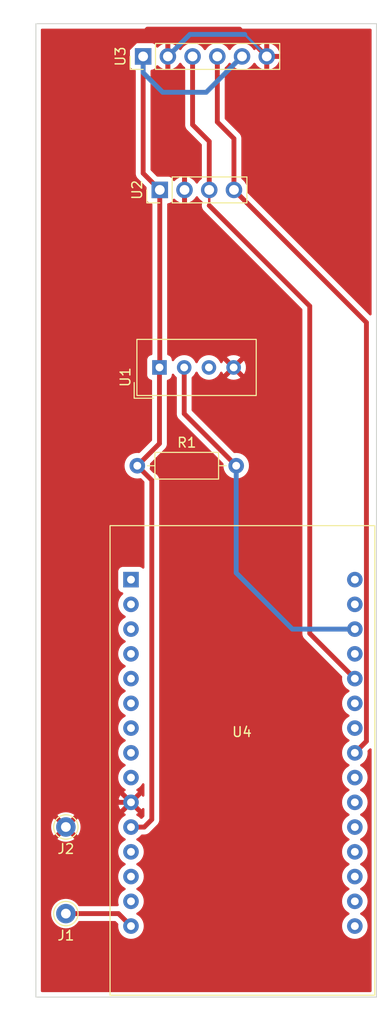
<source format=kicad_pcb>
(kicad_pcb (version 20211014) (generator pcbnew)
  (layers (0 "F.Cu" signal) (31 "B.Cu" signal) (34 "B.Paste" user) (35 "F.Paste" user) (36 "B.SilkS" user "B.Silkscreen") (37 "F.SilkS" user "F.Silkscreen") (38 "B.Mask" user) (39 "F.Mask" user) (44 "Edge.Cuts" user))
  (net 0 "")
  (net 1 "+5V")
  (net 2 "GND")
  (net 3 "Net-(R1-Pad2)")
  (net 4 "3V3")
  (net 6 "Net-(U2-Pad3)")
  (net 7 "Net-(U2-Pad4)")
  (footprint "Connector_PinHeader_2.54mm:PinHeader_1x04_P2.54mm_Vertical" (layer "F.Cu") (at 143 50.18 90)
    (fp_text reference "U2" (at 0 -2.33 90) (layer "F.SilkS"))
    (fp_text value "AHT10")
    (fp_line (start -1.33 1.27) (end 1.33 1.27) (layer "F.SilkS") (width 0.12))
    (fp_line (start -1.33 1.27) (end -1.33 8.95) (layer "F.SilkS") (width 0.12))
    (fp_line (start -1.33 0) (end -1.33 -1.33) (layer "F.SilkS") (width 0.12))
    (fp_line (start 1.33 1.27) (end 1.33 8.95) (layer "F.SilkS") (width 0.12))
    (fp_line (start -1.33 8.95) (end 1.33 8.95) (layer "F.SilkS") (width 0.12))
    (fp_line (start -1.33 -1.33) (end 0 -1.33) (layer "F.SilkS") (width 0.12))
    (pad "1" thru_hole rect (at 0 0 90) (size 1.7 1.7) (drill 1) (layers *.Cu *.Mask) (net 4 "3V3"))
    (pad "2" thru_hole oval (at 0 2.54 90) (size 1.7 1.7) (drill 1) (layers *.Cu *.Mask) (net 2 "GND"))
    (pad "3" thru_hole oval (at 0 5.08 90) (size 1.7 1.7) (drill 1) (layers *.Cu *.Mask) (net 6 "Net-(U2-Pad3)"))
    (pad "4" thru_hole oval (at 0 7.62 90) (size 1.7 1.7) (drill 1) (layers *.Cu *.Mask) (net 7 "Net-(U2-Pad4)"))
  )
  (footprint "Connector_Pin:Pin_D1.0mm_L10.0mm" (layer "F.Cu") (at 133.35 115.57)
    (fp_text reference "J2" (at 0 2.25) (layer "F.SilkS"))
    (fp_text value "Conn_01x01_Male")
    (fp_circle (center 0 0) (end 1.25 0.05) (layer "F.SilkS") (width 0.12) (fill none))
    (pad "1" thru_hole circle (at 0 0) (size 2 2) (drill 1) (layers *.Cu *.Mask) (net 2 "GND"))
  )
  (footprint "Connector_Pin:Pin_D1.0mm_L10.0mm" (layer "F.Cu") (at 133.35 124.46)
    (fp_text reference "J1" (at 0 2.25) (layer "F.SilkS"))
    (fp_text value "Conn_01x01_Male")
    (fp_circle (center 0 0) (end 1.25 0.05) (layer "F.SilkS") (width 0.12) (fill none))
    (pad "1" thru_hole circle (at 0 0) (size 2 2) (drill 1) (layers *.Cu *.Mask) (net 1 "+5V"))
  )
  (footprint "NodeMCU_Module:ESP8266" (layer "F.Cu") (at 151.64 111.772828)
    (fp_text reference "U4" (at -0.2 -5.95 unlocked) (layer "F.SilkS"))
    (fp_text value "NodeMcuEsp8266")
    (fp_rect (start -13.75 21.067172) (end 13.45 -27.132828) (layer "F.SilkS") (width 0.12) (fill none))
    (pad "1" thru_hole rect (at -11.6 -21.592828 180) (size 1.6 1.6) (drill 0.8) (layers *.Mask "F.Cu" "In1.Cu" "B.Cu"))
    (pad "2" thru_hole circle (at -11.6 -19.052828 180) (size 1.6 1.6) (drill 0.8) (layers *.Mask "F.Cu" "In1.Cu" "B.Cu"))
    (pad "3" thru_hole circle (at -11.6 -16.512828 180) (size 1.6 1.6) (drill 0.8) (layers *.Mask "F.Cu" "In1.Cu" "B.Cu"))
    (pad "4" thru_hole circle (at -11.6 -13.972828 180) (size 1.6 1.6) (drill 0.8) (layers *.Mask "F.Cu" "In1.Cu" "B.Cu"))
    (pad "5" thru_hole circle (at -11.6 -11.432828 180) (size 1.6 1.6) (drill 0.8) (layers *.Mask "F.Cu" "In1.Cu" "B.Cu"))
    (pad "6" thru_hole circle (at -11.6 -8.892828 180) (size 1.6 1.6) (drill 0.8) (layers *.Mask "F.Cu" "In1.Cu" "B.Cu"))
    (pad "7" thru_hole circle (at -11.6 -6.352828 180) (size 1.6 1.6) (drill 0.8) (layers *.Mask "F.Cu" "In1.Cu" "B.Cu"))
    (pad "8" thru_hole circle (at -11.6 -3.812828 180) (size 1.6 1.6) (drill 0.8) (layers *.Mask "F.Cu" "In1.Cu" "B.Cu"))
    (pad "9" thru_hole circle (at -11.6 -1.272828 180) (size 1.6 1.6) (drill 0.8) (layers *.Mask "F.Cu" "In1.Cu" "B.Cu"))
    (pad "10" thru_hole circle (at -11.6 1.267172 180) (size 1.6 1.6) (drill 0.8) (layers *.Mask "F.Cu" "In1.Cu" "B.Cu") (net 2 "GND"))
    (pad "11" thru_hole circle (at -11.6 3.807172 180) (size 1.6 1.6) (drill 0.8) (layers *.Mask "F.Cu" "In1.Cu" "B.Cu") (net 4 "3V3"))
    (pad "12" thru_hole circle (at -11.6 6.347172 180) (size 1.6 1.6) (drill 0.8) (layers *.Mask "F.Cu" "In1.Cu" "B.Cu"))
    (pad "13" thru_hole circle (at -11.6 8.887172 180) (size 1.6 1.6) (drill 0.8) (layers *.Mask "F.Cu" "In1.Cu" "B.Cu"))
    (pad "14" thru_hole circle (at -11.6 11.427172 180) (size 1.6 1.6) (drill 0.8) (layers *.Mask "F.Cu" "In1.Cu" "B.Cu"))
    (pad "15" thru_hole circle (at -11.6 13.967172 180) (size 1.6 1.6) (drill 0.8) (layers *.Mask "F.Cu" "In1.Cu" "B.Cu") (net 1 "+5V"))
    (pad "16" thru_hole circle (at 11.4 13.967172 180) (size 1.6 1.6) (drill 0.8) (layers *.Cu *.Mask))
    (pad "17" thru_hole circle (at 11.4 11.427172 180) (size 1.6 1.6) (drill 0.8) (layers *.Cu *.Mask))
    (pad "18" thru_hole circle (at 11.4 8.887172 180) (size 1.6 1.6) (drill 0.8) (layers *.Cu *.Mask))
    (pad "19" thru_hole circle (at 11.4 6.347172 180) (size 1.6 1.6) (drill 0.8) (layers *.Mask "F.Cu" "In1.Cu" "B.Cu"))
    (pad "20" thru_hole circle (at 11.4 3.807172 180) (size 1.6 1.6) (drill 0.8) (layers *.Mask "F.Cu" "In1.Cu" "B.Cu"))
    (pad "21" thru_hole circle (at 11.4 1.267172 180) (size 1.6 1.6) (drill 0.8) (layers *.Mask "F.Cu" "In1.Cu" "B.Cu"))
    (pad "22" thru_hole circle (at 11.4 -1.272828 180) (size 1.6 1.6) (drill 0.8) (layers *.Mask "F.Cu" "In1.Cu" "B.Cu"))
    (pad "23" thru_hole circle (at 11.4 -3.812828 180) (size 1.6 1.6) (drill 0.8) (layers *.Mask "F.Cu" "In1.Cu" "B.Cu") (net 7 "Net-(U2-Pad4)"))
    (pad "24" thru_hole circle (at 11.4 -6.352828 180) (size 1.6 1.6) (drill 0.8) (layers *.Mask "F.Cu" "In1.Cu" "B.Cu"))
    (pad "25" thru_hole circle (at 11.4 -8.892828 180) (size 1.6 1.6) (drill 0.8) (layers *.Mask "F.Cu" "In1.Cu" "B.Cu"))
    (pad "26" thru_hole circle (at 11.4 -11.432828 180) (size 1.6 1.6) (drill 0.8) (layers *.Mask "F.Cu" "In1.Cu" "B.Cu") (net 6 "Net-(U2-Pad3)"))
    (pad "27" thru_hole circle (at 11.4 -13.972828 180) (size 1.6 1.6) (drill 0.8) (layers *.Mask "F.Cu" "In1.Cu" "B.Cu"))
    (pad "28" thru_hole circle (at 11.4 -16.512828 180) (size 1.6 1.6) (drill 0.8) (layers *.Mask "F.Cu" "In1.Cu" "B.Cu") (net 3 "Net-(R1-Pad2)"))
    (pad "29" thru_hole circle (at 11.4 -19.052828 180) (size 1.6 1.6) (drill 0.8) (layers *.Cu *.Mask))
    (pad "30" thru_hole circle (at 11.4 -21.592828 180) (size 1.6 1.6) (drill 0.8) (layers *.Cu *.Mask))
  )
  (footprint "Resistor_THT:R_Axial_DIN0207_L6.3mm_D2.5mm_P10.16mm_Horizontal" (layer "F.Cu") (at 140.69 78.49)
    (fp_text reference "R1" (at 5.08 -2.37) (layer "F.SilkS"))
    (fp_text value "5K6")
    (fp_line (start 1.81 1.37) (end 8.35 1.37) (layer "F.SilkS") (width 0.12))
    (fp_line (start 1.04 0) (end 1.81 0) (layer "F.SilkS") (width 0.12))
    (fp_line (start 8.35 -1.37) (end 1.81 -1.37) (layer "F.SilkS") (width 0.12))
    (fp_line (start 9.12 0) (end 8.35 0) (layer "F.SilkS") (width 0.12))
    (fp_line (start 1.81 -1.37) (end 1.81 1.37) (layer "F.SilkS") (width 0.12))
    (fp_line (start 8.35 1.37) (end 8.35 -1.37) (layer "F.SilkS") (width 0.12))
    (pad "1" thru_hole circle (at 0 0) (size 1.6 1.6) (drill 0.8) (layers *.Cu *.Mask) (net 4 "3V3"))
    (pad "2" thru_hole oval (at 10.16 0) (size 1.6 1.6) (drill 0.8) (layers *.Cu *.Mask) (net 3 "Net-(R1-Pad2)"))
  )
  (footprint "Sensor:Aosong_DHT11_5.5x12.0_P2.54mm" (layer "F.Cu") (at 142.9675 68.4025 90)
    (fp_text reference "U1" (at -1 -3.5 90) (layer "F.SilkS"))
    (fp_text value "DHT22")
    (fp_line (start -2.88 9.94) (end -2.88 -2.31) (layer "F.SilkS") (width 0.12))
    (fp_line (start -3.16 -2.6) (end -3.16 -0.6) (layer "F.SilkS") (width 0.12))
    (fp_line (start -3.16 -2.6) (end -1.55 -2.6) (layer "F.SilkS") (width 0.12))
    (fp_line (start 2.88 -2.32) (end 2.88 9.94) (layer "F.SilkS") (width 0.12))
    (fp_line (start 2.88 9.94) (end -2.88 9.94) (layer "F.SilkS") (width 0.12))
    (fp_line (start -2.87 -2.32) (end 2.87 -2.32) (layer "F.SilkS") (width 0.12))
    (pad "1" thru_hole rect (at 0 0 90) (size 1.5 1.5) (drill 0.8) (layers *.Cu *.Mask) (net 4 "3V3"))
    (pad "2" thru_hole circle (at 0 2.54 90) (size 1.5 1.5) (drill 0.8) (layers *.Cu *.Mask) (net 3 "Net-(R1-Pad2)"))
    (pad "3" thru_hole circle (at 0 5.08 90) (size 1.5 1.5) (drill 0.8) (layers *.Cu *.Mask))
    (pad "4" thru_hole circle (at 0 7.62 90) (size 1.5 1.5) (drill 0.8) (layers *.Cu *.Mask) (net 2 "GND"))
  )
  (footprint "Connector_PinHeader_2.54mm:PinHeader_1x06_P2.54mm_Vertical" (layer "F.Cu") (at 141.29 36.48 90)
    (fp_text reference "U3" (at 0 -2.33 90) (layer "F.SilkS"))
    (fp_text value "Bmp280Module")
    (fp_line (start -1.33 0) (end -1.33 -1.33) (layer "F.SilkS") (width 0.12))
    (fp_line (start -1.33 14.03) (end 1.33 14.03) (layer "F.SilkS") (width 0.12))
    (fp_line (start -1.33 -1.33) (end 0 -1.33) (layer "F.SilkS") (width 0.12))
    (fp_line (start 1.33 1.27) (end 1.33 14.03) (layer "F.SilkS") (width 0.12))
    (fp_line (start -1.33 1.27) (end -1.33 14.03) (layer "F.SilkS") (width 0.12))
    (fp_line (start -1.33 1.27) (end 1.33 1.27) (layer "F.SilkS") (width 0.12))
    (pad "1" thru_hole rect (at 0 0 90) (size 1.7 1.7) (drill 1) (layers *.Cu *.Mask) (net 4 "3V3"))
    (pad "2" thru_hole oval (at 0 2.54 90) (size 1.7 1.7) (drill 1) (layers *.Cu *.Mask) (net 2 "GND"))
    (pad "3" thru_hole oval (at 0 5.08 90) (size 1.7 1.7) (drill 1) (layers *.Cu *.Mask) (net 6 "Net-(U2-Pad3)"))
    (pad "4" thru_hole oval (at 0 7.62 90) (size 1.7 1.7) (drill 1) (layers *.Cu *.Mask) (net 7 "Net-(U2-Pad4)"))
    (pad "5" thru_hole oval (at 0 10.16 90) (size 1.7 1.7) (drill 1) (layers *.Cu *.Mask) (net 4 "3V3"))
    (pad "6" thru_hole oval (at 0 12.7 90) (size 1.7 1.7) (drill 1) (layers *.Cu *.Mask) (net 2 "GND"))
  )
  (gr_rect (start 165.27 133.03) (end 130.27 33.12) (layer "Edge.Cuts") (width 0.1) (fill none))
  (segment (start 138.76 124.46) (end 140.04 125.74) (width 0.5) (layer "F.Cu") (net 1))
  (segment (start 133.35 124.46) (end 138.76 124.46) (width 0.5) (layer "F.Cu") (net 1))
  (segment (start 145.54 63.355) (end 150.5875 68.4025) (width 0.5) (layer "F.Cu") (net 2))
  (segment (start 138.76 113.04) (end 140.04 113.04) (width 0.5) (layer "F.Cu") (net 2))
  (segment (start 133.35 115.57) (end 136.48 112.44) (width 0.5) (layer "F.Cu") (net 2))
  (segment (start 143.83 36.48) (end 143.83 42.6) (width 0.5) (layer "F.Cu") (net 2))
  (segment (start 136.48 112.44) (end 136.48 110.66) (width 0.5) (layer "F.Cu") (net 2))
  (segment (start 153.99 36.48) (end 151.19 33.68) (width 0.5) (layer "F.Cu") (net 2))
  (segment (start 136.48 38.94) (end 136.48 110.66) (width 0.5) (layer "F.Cu") (net 2))
  (segment (start 145.54 44.31) (end 145.54 50.18) (width 0.5) (layer "F.Cu") (net 2))
  (segment (start 136.48 110.76) (end 138.76 113.04) (width 0.5) (layer "F.Cu") (net 2))
  (segment (start 143.83 42.6) (end 145.54 44.31) (width 0.5) (layer "F.Cu") (net 2))
  (segment (start 136.48 110.66) (end 136.48 110.76) (width 0.25) (layer "F.Cu") (net 2))
  (segment (start 141.74 33.68) (end 136.48 38.94) (width 0.5) (layer "F.Cu") (net 2))
  (segment (start 151.19 33.68) (end 141.74 33.68) (width 0.5) (layer "F.Cu") (net 2))
  (segment (start 145.54 50.18) (end 145.54 63.355) (width 0.5) (layer "F.Cu") (net 2))
  (segment (start 151.73 34.22) (end 146.09 34.22) (width 0.5) (layer "B.Cu") (net 2))
  (segment (start 153.99 36.48) (end 151.73 34.22) (width 0.25) (layer "B.Cu") (net 2))
  (segment (start 143.83 36.48) (end 146.09 34.22) (width 0.5) (layer "B.Cu") (net 2))
  (segment (start 145.5075 73.1475) (end 150.85 78.49) (width 0.5) (layer "F.Cu") (net 3))
  (segment (start 145.5075 68.4025) (end 145.5075 73.1475) (width 0.5) (layer "F.Cu") (net 3))
  (segment (start 150.85 78.49) (end 150.85 89.49) (width 0.5) (layer "B.Cu") (net 3))
  (segment (start 150.85 89.49) (end 156.62 95.26) (width 0.5) (layer "B.Cu") (net 3))
  (segment (start 156.62 95.26) (end 163.04 95.26) (width 0.5) (layer "B.Cu") (net 3))
  (segment (start 142.18 79.98) (end 140.69 78.49) (width 0.5) (layer "F.Cu") (net 4))
  (segment (start 142.9675 68.4025) (end 143 68.37) (width 0.25) (layer "F.Cu") (net 4))
  (segment (start 141.4 115.58) (end 142.18 114.8) (width 0.5) (layer "F.Cu") (net 4))
  (segment (start 140.04 115.58) (end 141.4 115.58) (width 0.5) (layer "F.Cu") (net 4))
  (segment (start 142.9675 76.2125) (end 140.69 78.49) (width 0.5) (layer "F.Cu") (net 4))
  (segment (start 141.29 48.47) (end 141.29 36.48) (width 0.5) (layer "F.Cu") (net 4))
  (segment (start 143 50.18) (end 143 68.37) (width 0.5) (layer "F.Cu") (net 4))
  (segment (start 142.9675 68.4025) (end 142.9675 76.2125) (width 0.5) (layer "F.Cu") (net 4))
  (segment (start 142.18 114.8) (end 142.18 79.98) (width 0.5) (layer "F.Cu") (net 4))
  (segment (start 143 50.18) (end 141.29 48.47) (width 0.5) (layer "F.Cu") (net 4))
  (segment (start 147.77 40.16) (end 151.45 36.48) (width 0.5) (layer "B.Cu") (net 4))
  (segment (start 143.3 40.16) (end 147.77 40.16) (width 0.5) (layer "B.Cu") (net 4))
  (segment (start 141.29 38.15) (end 143.3 40.16) (width 0.5) (layer "B.Cu") (net 4))
  (segment (start 141.29 36.48) (end 141.29 38.15) (width 0.5) (layer "B.Cu") (net 4))
  (segment (start 148.08 50.18) (end 148.08 51.78) (width 0.25) (layer "F.Cu") (net 6))
  (segment (start 148.08 51.78) (end 158.41 62.11) (width 0.5) (layer "F.Cu") (net 6))
  (segment (start 163.04 100.34) (end 158.41 95.71) (width 0.5) (layer "F.Cu") (net 6))
  (segment (start 146.37 36.48) (end 146.37 43.49) (width 0.5) (layer "F.Cu") (net 6))
  (segment (start 146.37 43.49) (end 148.08 45.2) (width 0.5) (layer "F.Cu") (net 6))
  (segment (start 148.08 45.2) (end 148.08 50.18) (width 0.5) (layer "F.Cu") (net 6))
  (segment (start 158.41 95.71) (end 158.41 62.11) (width 0.5) (layer "F.Cu") (net 6))
  (segment (start 148.91 43.21) (end 150.62 44.92) (width 0.5) (layer "F.Cu") (net 7))
  (segment (start 150.62 44.92) (end 150.62 50.18) (width 0.5) (layer "F.Cu") (net 7))
  (segment (start 150.62 50.18) (end 164.23 63.79) (width 0.5) (layer "F.Cu") (net 7))
  (segment (start 164.23 63.79) (end 164.23 106.77) (width 0.5) (layer "F.Cu") (net 7))
  (segment (start 148.91 36.48) (end 148.91 43.21) (width 0.5) (layer "F.Cu") (net 7))
  (segment (start 164.23 106.77) (end 163.04 107.96) (width 0.5) (layer "F.Cu") (net 7))
  (zone (net 2) (net_name "GND") (layer "F.Cu") (connect_pads (clearance 0.508)) (min_thickness 0.254) (fill yes (thermal_gap 0.508) (thermal_bridge_width 0.508))
    (polygon (pts (xy 165.21 33.18) (xy 164.94 132.66) (xy 130.32 132.98) (xy 130.32 132.96) (xy 130.35 33.17)))
  )
)
</source>
